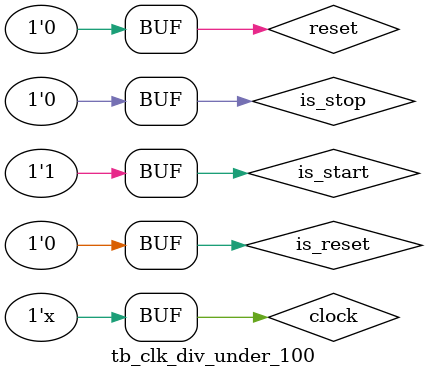
<source format=v>
`timescale 1ns / 1ps


module tb_clk_div_under_100;

reg clock, reset;
reg is_reset, is_stop, is_start;
wire enable;

clk_div_under_100 uut(
    clock, // 100MHz
    reset,
    is_reset,
    is_stop,
    is_start,
    enable
    );

always #5 clock = ~clock;

initial begin

    clock = 1'b0;
    reset = 1'b0;
    is_reset = 1'b0;
    is_stop = 1'b0;
    is_start = 1'b1;
 

    

end

endmodule
</source>
